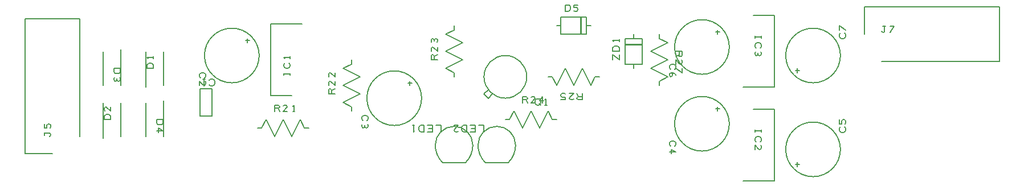
<source format=gbr>
G04 EasyPC Gerber Version 21.0.3 Build 4286 *
G04 #@! TF.Part,Single*
G04 #@! TF.FileFunction,Legend,Top *
G04 #@! TF.FilePolarity,Positive *
%FSLAX35Y35*%
%MOIN*%
%ADD17C,0.00500*%
%ADD19C,0.00787*%
%ADD70C,0.01000*%
X0Y0D02*
D02*
D17*
X18687Y30250D02*
X19000Y30563D01*
X19313Y31187*
X19000Y31813*
X18687Y32125*
X15563*
Y32750*
Y32125D02*
Y30875D01*
X19000Y35250D02*
X19313Y35875D01*
Y36813*
X19000Y37437*
X18375Y37750*
X18063*
X17437Y37437*
X17125Y36813*
Y35250*
X15563*
Y37750*
X54313Y40250D02*
X50563D01*
Y42125*
X50875Y42750*
X51187Y43063*
X51813Y43375*
X53063*
X53687Y43063*
X54000Y42750*
X54313Y42125*
Y40250*
Y47750D02*
Y45250D01*
X52125Y47437*
X51500Y47750*
X50875Y47437*
X50563Y46813*
Y45875*
X50875Y45250*
X56187Y70250D02*
X59937D01*
Y68375*
X59625Y67750*
X59313Y67437*
X58687Y67125*
X57437*
X56813Y67437*
X56500Y67750*
X56187Y68375*
Y70250*
X56500Y64937D02*
X56187Y64313D01*
Y63687*
X56500Y63063*
X57125Y62750*
X57750Y63063*
X58063Y63687*
Y64313*
Y63687D02*
X58375Y63063D01*
X59000Y62750*
X59625Y63063*
X59937Y63687*
Y64313*
X59625Y64937*
X81187Y40250D02*
X84937D01*
Y38375*
X84625Y37750*
X84313Y37437*
X83687Y37125*
X82437*
X81813Y37437*
X81500Y37750*
X81187Y38375*
Y40250*
Y33687D02*
X84937D01*
X82437Y35250*
Y32750*
X79313Y70250D02*
X75563D01*
Y72125*
X75875Y72750*
X76187Y73063*
X76813Y73375*
X78063*
X78687Y73063*
X79000Y72750*
X79313Y72125*
Y70250*
Y75875D02*
Y77125D01*
Y76500D02*
X75563D01*
X76187Y75875*
X106813Y64625D02*
X106500Y64937D01*
X106187Y65563*
Y66500*
X106500Y67125*
X106813Y67437*
X107437Y67750*
X108687*
X109313Y67437*
X109625Y67125*
X109937Y66500*
Y65563*
X109625Y64937*
X109313Y64625*
X106187Y60250D02*
Y62750D01*
X108375Y60563*
X109000Y60250*
X109625Y60563*
X109937Y61187*
Y62125*
X109625Y62750*
X113750Y42250D02*
Y58250D01*
X106750*
Y42250*
X113750*
X112125Y63187D02*
X112437Y63500D01*
X113063Y63813*
X114000*
X114625Y63500*
X114937Y63187*
X115250Y62563*
Y61313*
X114937Y60687*
X114625Y60375*
X114000Y60063*
X113063*
X112437Y60375*
X112125Y60687*
X109625Y63813D02*
X108375D01*
X109000D02*
Y60063D01*
X109625Y60687*
X125250Y93750D02*
G75*
G02X141250Y77750J-16000D01*
G01*
G75*
G02X125250Y61750I-16000*
G01*
G75*
G02X109250Y77750J16000*
G01*
G75*
G02X125250Y93750I16000*
G01*
X134437Y87750D02*
Y85250D01*
X133187Y86500D02*
X135687D01*
X140250Y35250D02*
X142750D01*
X145250Y40250*
X150250Y30250*
X155250Y40250*
X160250Y30250*
X165250Y40250*
X167750Y35250*
X170250*
X150250Y44937D02*
Y48687D01*
X152437*
X153063Y48375*
X153375Y47750*
X153063Y47125*
X152437Y46813*
X150250*
X152437D02*
X153375Y44937D01*
X157750D02*
X155250D01*
X157437Y47125*
X157750Y47750*
X157437Y48375*
X156813Y48687*
X155875*
X155250Y48375*
X160875Y44937D02*
X162125D01*
X161500D02*
Y48687D01*
X160875Y48063*
X159313Y66187D02*
Y67437D01*
Y66813D02*
X155563D01*
Y66187D02*
Y67437D01*
X158687Y73375D02*
X159000Y73063D01*
X159313Y72437*
Y71500*
X159000Y70875*
X158687Y70563*
X158063Y70250*
X156813*
X156187Y70563*
X155875Y70875*
X155563Y71500*
Y72437*
X155875Y73063*
X156187Y73375*
X159313Y75875D02*
Y77125D01*
Y76500D02*
X155563D01*
X156187Y75875*
X185563Y55250D02*
X181813D01*
Y57437*
X182125Y58063*
X182750Y58375*
X183375Y58063*
X183687Y57437*
Y55250*
Y57437D02*
X185563Y58375D01*
Y62750D02*
Y60250D01*
X183375Y62437*
X182750Y62750*
X182125Y62437*
X181813Y61813*
Y60875*
X182125Y60250*
X185563Y67750D02*
Y65250D01*
X183375Y67437*
X182750Y67750*
X182125Y67437*
X181813Y66813*
Y65875*
X182125Y65250*
X195250Y45250D02*
Y47750D01*
X190250Y50250*
X200250Y55250*
X190250Y60250*
X200250Y65250*
X190250Y70250*
X195250Y72750*
Y75250*
X201813Y39625D02*
X201500Y39937D01*
X201187Y40563*
Y41500*
X201500Y42125*
X201813Y42437*
X202437Y42750*
X203687*
X204313Y42437*
X204625Y42125*
X204937Y41500*
Y40563*
X204625Y39937*
X204313Y39625*
X201500Y37437D02*
X201187Y36813D01*
Y36187*
X201500Y35563*
X202125Y35250*
X202750Y35563*
X203063Y36187*
Y36813*
Y36187D02*
X203375Y35563D01*
X204000Y35250*
X204625Y35563*
X204937Y36187*
Y36813*
X204625Y37437*
X220250Y68750D02*
G75*
G02X236250Y52750J-16000D01*
G01*
G75*
G02X220250Y36750I-16000*
G01*
G75*
G02X204250Y52750J16000*
G01*
G75*
G02X220250Y68750I16000*
G01*
X229437Y62750D02*
Y60250D01*
X228187Y61500D02*
X230687D01*
X245563Y75250D02*
X241813D01*
Y77437*
X242125Y78063*
X242750Y78375*
X243375Y78063*
X243687Y77437*
Y75250*
Y77437D02*
X245563Y78375D01*
Y82750D02*
Y80250D01*
X243375Y82437*
X242750Y82750*
X242125Y82437*
X241813Y81813*
Y80875*
X242125Y80250*
X245250Y85563D02*
X245563Y86187D01*
Y86813*
X245250Y87437*
X244625Y87750*
X244000Y87437*
X243687Y86813*
Y86187*
Y86813D02*
X243375Y87437D01*
X242750Y87750*
X242125Y87437*
X241813Y86813*
Y86187*
X242125Y85563*
X247750Y33063D02*
Y36813D01*
X244625*
X242750D02*
Y33063D01*
X239625*
X240250Y34937D02*
X242750D01*
Y36813D02*
X239625D01*
X237750D02*
Y33063D01*
X235875*
X235250Y33375*
X234937Y33687*
X234625Y34313*
Y35563*
X234937Y36187*
X235250Y36500*
X235875Y36813*
X237750*
X232125D02*
X230875D01*
X231500D02*
Y33063D01*
X232125Y33687*
X255250Y65250D02*
Y67750D01*
X250250Y70250*
X260250Y75250*
X250250Y80250*
X260250Y85250*
X250250Y90250*
X255250Y92750*
Y95250*
X266250Y25250D02*
G75*
G03X255250Y36250I-11000D01*
G01*
G75*
G03X244250Y25250J-11000*
G01*
G75*
G03X248550Y14950I14583J41*
G01*
X261950*
G75*
G03X266250Y25250I-10283J10341*
G01*
X272750Y33063D02*
Y36813D01*
X269625*
X267750D02*
Y33063D01*
X264625*
X265250Y34937D02*
X267750D01*
Y36813D02*
X264625D01*
X262750D02*
Y33063D01*
X260875*
X260250Y33375*
X259937Y33687*
X259625Y34313*
Y35563*
X259937Y36187*
X260250Y36500*
X260875Y36813*
X262750*
X255250D02*
X257750D01*
X255563Y34625*
X255250Y34000*
X255563Y33375*
X256187Y33063*
X257125*
X257750Y33375*
X275250Y57750D02*
X272750Y55250D01*
X275250Y52750*
X277750Y55250*
X285250Y40250D02*
X287750D01*
X290250Y45250*
X295250Y35250*
X300250Y45250*
X305250Y35250*
X310250Y45250*
X312750Y40250*
X315250*
X285250Y77750D02*
G75*
G02X297750Y65250J-12500D01*
G01*
G75*
G02X285250Y52750I-12500*
G01*
G75*
G02X272750Y65250J12500*
G01*
G75*
G02X285250Y77750I12500*
G01*
X291250Y25250D02*
G75*
G03X280250Y36250I-11000D01*
G01*
G75*
G03X269250Y25250J-11000*
G01*
G75*
G03X273550Y14950I14583J41*
G01*
X286950*
G75*
G03X291250Y25250I-10283J10341*
G01*
X295250Y49937D02*
Y53687D01*
X297437*
X298063Y53375*
X298375Y52750*
X298063Y52125*
X297437Y51813*
X295250*
X297437D02*
X298375Y49937D01*
X302750D02*
X300250D01*
X302437Y52125*
X302750Y52750*
X302437Y53375*
X301813Y53687*
X300875*
X300250Y53375*
X306813Y49937D02*
Y53687D01*
X305250Y51187*
X307750*
X302750Y49937D02*
Y51187D01*
X303063Y51813*
X303375Y52125*
X304000Y52437*
X304625*
X305250Y52125*
X305563Y51813*
X305875Y51187*
Y49937*
X305563Y49313*
X305250Y49000*
X304625Y48687*
X304000*
X303375Y49000*
X303063Y49313*
X302750Y49937*
X304937Y49625D02*
X305875Y48687D01*
X308375D02*
X309625D01*
X309000D02*
Y52437D01*
X308375Y51813*
X315250Y95250D02*
X317750D01*
Y90250D02*
Y100250D01*
X332750*
Y90250*
X317750*
X320250Y103687D02*
Y107437D01*
X322125*
X322750Y107125*
X323063Y106813*
X323375Y106187*
Y104937*
X323063Y104313*
X322750Y104000*
X322125Y103687*
X320250*
X325250Y104000D02*
X325875Y103687D01*
X326813*
X327437Y104000*
X327750Y104625*
Y104937*
X327437Y105563*
X326813Y105875*
X325250*
Y107437*
X327750*
X330250Y55563D02*
Y51813D01*
X328063*
X327437Y52125*
X327125Y52750*
X327437Y53375*
X328063Y53687*
X330250*
X328063D02*
X327125Y55563D01*
X322750D02*
X325250D01*
X323063Y53375*
X322750Y52750*
X323063Y52125*
X323687Y51813*
X324625*
X325250Y52125*
X320250Y55250D02*
X319625Y55563D01*
X318687*
X318063Y55250*
X317750Y54625*
Y54313*
X318063Y53687*
X318687Y53375*
X320250*
Y51813*
X317750*
X332750Y95250D02*
X335250D01*
X340250Y65250D02*
X337750D01*
X335250Y60250*
X330250Y70250*
X325250Y60250*
X320250Y70250*
X315250Y60250*
X312750Y65250*
X310250*
X348063Y75250D02*
Y78375D01*
X351813Y75250*
Y78375*
Y80250D02*
X348063D01*
Y82125*
X348375Y82750*
X348687Y83063*
X349313Y83375*
X350563*
X351187Y83063*
X351500Y82750*
X351813Y82125*
Y80250*
Y85875D02*
Y87125D01*
Y86500D02*
X348063D01*
X348687Y85875*
X360250Y70250D02*
Y72750D01*
Y87750D02*
Y90250D01*
X365250Y72750D02*
X355250D01*
Y87750*
X365250*
Y72750*
X375250Y90250D02*
Y87750D01*
X380250Y85250*
X370250Y80250*
X380250Y75250*
X370250Y70250*
X380250Y65250*
X375250Y62750*
Y60250*
X381813Y24625D02*
X381500Y24937D01*
X381187Y25563*
Y26500*
X381500Y27125*
X381813Y27437*
X382437Y27750*
X383687*
X384313Y27437*
X384625Y27125*
X384937Y26500*
Y25563*
X384625Y24937*
X384313Y24625*
X381187Y21187D02*
X384937D01*
X382437Y22750*
Y20250*
X381813Y69625D02*
X381500Y69937D01*
X381187Y70563*
Y71500*
X381500Y72125*
X381813Y72437*
X382437Y72750*
X383687*
X384313Y72437*
X384625Y72125*
X384937Y71500*
Y70563*
X384625Y69937*
X384313Y69625*
X382125Y67750D02*
X382750Y67437D01*
X383063Y66813*
Y66187*
X382750Y65563*
X382125Y65250*
X381500Y65563*
X381187Y66187*
Y66813*
X381500Y67437*
X382125Y67750*
X383063*
X384000Y67437*
X384625Y66813*
X384937Y66187*
Y80250D02*
X388687D01*
Y78063*
X388375Y77437*
X387750Y77125*
X387125Y77437*
X386813Y78063*
Y80250*
Y78063D02*
X384937Y77125D01*
Y72750D02*
Y75250D01*
X387125Y73063*
X387750Y72750*
X388375Y73063*
X388687Y73687*
Y74625*
X388375Y75250*
X384937Y70250D02*
X388687Y67750D01*
Y70250*
X400250Y53750D02*
G75*
G02X416250Y37750J-16000D01*
G01*
G75*
G02X400250Y21750I-16000*
G01*
G75*
G02X384250Y37750J16000*
G01*
G75*
G02X400250Y53750I16000*
G01*
Y98750D02*
G75*
G02X416250Y82750J-16000D01*
G01*
G75*
G02X400250Y66750I-16000*
G01*
G75*
G02X384250Y82750J16000*
G01*
G75*
G02X400250Y98750I16000*
G01*
X409437Y47750D02*
Y45250D01*
X408187Y46500D02*
X410687D01*
X409437Y92750D02*
Y90250D01*
X408187Y91500D02*
X410687D01*
X431187Y34313D02*
Y33063D01*
Y33687D02*
X434937D01*
Y34313D02*
Y33063D01*
X431813Y27125D02*
X431500Y27437D01*
X431187Y28063*
Y29000*
X431500Y29625*
X431813Y29937*
X432437Y30250*
X433687*
X434313Y29937*
X434625Y29625*
X434937Y29000*
Y28063*
X434625Y27437*
X434313Y27125*
X431187Y22750D02*
Y25250D01*
X433375Y23063*
X434000Y22750*
X434625Y23063*
X434937Y23687*
Y24625*
X434625Y25250*
X431187Y89313D02*
Y88063D01*
Y88687D02*
X434937D01*
Y89313D02*
Y88063D01*
X431813Y82125D02*
X431500Y82437D01*
X431187Y83063*
Y84000*
X431500Y84625*
X431813Y84937*
X432437Y85250*
X433687*
X434313Y84937*
X434625Y84625*
X434937Y84000*
Y83063*
X434625Y82437*
X434313Y82125*
X431500Y79937D02*
X431187Y79313D01*
Y78687*
X431500Y78063*
X432125Y77750*
X432750Y78063*
X433063Y78687*
Y79313*
Y78687D02*
X433375Y78063D01*
X434000Y77750*
X434625Y78063*
X434937Y78687*
Y79313*
X434625Y79937*
X456063Y12750D02*
Y15250D01*
X457313Y14000D02*
X454813D01*
X456063Y67750D02*
Y70250D01*
X457313Y69000D02*
X454813D01*
X465250Y6750D02*
G75*
G02X449250Y22750J16000D01*
G01*
G75*
G02X465250Y38750I16000*
G01*
G75*
G02X481250Y22750J-16000*
G01*
G75*
G02X465250Y6750I-16000*
G01*
Y61750D02*
G75*
G02X449250Y77750J16000D01*
G01*
G75*
G02X465250Y93750I16000*
G01*
G75*
G02X481250Y77750J-16000*
G01*
G75*
G02X465250Y61750I-16000*
G01*
X483687Y35875D02*
X484000Y35563D01*
X484313Y34937*
Y34000*
X484000Y33375*
X483687Y33063*
X483063Y32750*
X481813*
X481187Y33063*
X480875Y33375*
X480563Y34000*
Y34937*
X480875Y35563*
X481187Y35875*
X484000Y37750D02*
X484313Y38375D01*
Y39313*
X484000Y39937*
X483375Y40250*
X483063*
X482437Y39937*
X482125Y39313*
Y37750*
X480563*
Y40250*
X483687Y90875D02*
X484000Y90563D01*
X484313Y89937*
Y89000*
X484000Y88375*
X483687Y88063*
X483063Y87750*
X481813*
X481187Y88063*
X480875Y88375*
X480563Y89000*
Y89937*
X480875Y90563*
X481187Y90875*
X484313Y92750D02*
X480563Y95250D01*
Y92750*
X505250Y91813D02*
X505563Y91500D01*
X506187Y91187*
X506813Y91500*
X507125Y91813*
Y94937*
X507750*
X507125D02*
X505875D01*
X510250Y91187D02*
X512750Y94937D01*
X510250*
D02*
D19*
X36195Y30250D02*
Y99148D01*
X4305*
Y20407*
X20250*
X50132Y50093D02*
Y29226D01*
Y80093D02*
Y60407D01*
X60368Y30407D02*
Y50093D01*
Y60407D02*
Y81274D01*
X75132Y50093D02*
Y30407D01*
Y80093D02*
Y59226D01*
X85368Y30407D02*
Y51274D01*
Y60407D02*
Y80093D01*
X166352Y96234D02*
X147848D01*
Y54226*
X160250*
X424148Y4266D02*
X442652D01*
Y46274*
X430250*
X424148Y59266D02*
X442652D01*
Y101274*
X430250*
X505250Y74305D02*
X574148D01*
Y106195*
X495407*
Y90250*
D02*
D70*
X329250Y99950D02*
Y90550D01*
X355550Y84250D02*
X364950D01*
X0Y0D02*
M02*

</source>
